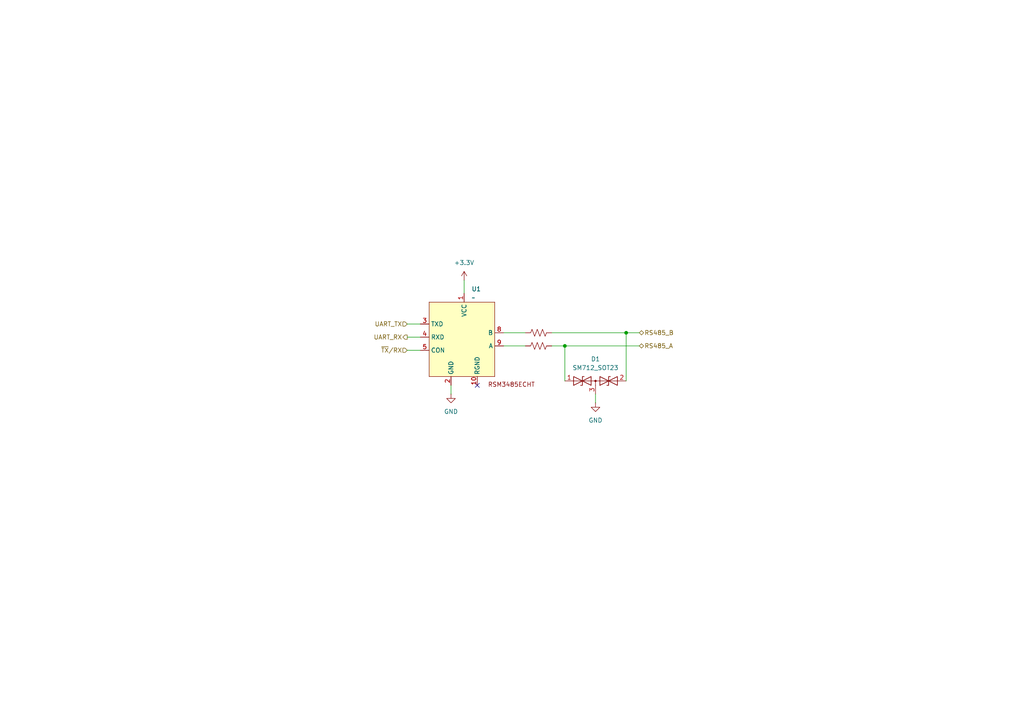
<source format=kicad_sch>
(kicad_sch
	(version 20250114)
	(generator "eeschema")
	(generator_version "9.0")
	(uuid "e1dbbd93-c769-46b4-b2b3-002d4b105997")
	(paper "A4")
	(lib_symbols
		(symbol "Device:R_US"
			(pin_numbers
				(hide yes)
			)
			(pin_names
				(offset 0)
			)
			(exclude_from_sim no)
			(in_bom yes)
			(on_board yes)
			(property "Reference" "R"
				(at 2.54 0 90)
				(effects
					(font
						(size 1.27 1.27)
					)
				)
			)
			(property "Value" "R_US"
				(at -2.54 0 90)
				(effects
					(font
						(size 1.27 1.27)
					)
				)
			)
			(property "Footprint" ""
				(at 1.016 -0.254 90)
				(effects
					(font
						(size 1.27 1.27)
					)
					(hide yes)
				)
			)
			(property "Datasheet" "~"
				(at 0 0 0)
				(effects
					(font
						(size 1.27 1.27)
					)
					(hide yes)
				)
			)
			(property "Description" "Resistor, US symbol"
				(at 0 0 0)
				(effects
					(font
						(size 1.27 1.27)
					)
					(hide yes)
				)
			)
			(property "ki_keywords" "R res resistor"
				(at 0 0 0)
				(effects
					(font
						(size 1.27 1.27)
					)
					(hide yes)
				)
			)
			(property "ki_fp_filters" "R_*"
				(at 0 0 0)
				(effects
					(font
						(size 1.27 1.27)
					)
					(hide yes)
				)
			)
			(symbol "R_US_0_1"
				(polyline
					(pts
						(xy 0 2.286) (xy 0 2.54)
					)
					(stroke
						(width 0)
						(type default)
					)
					(fill
						(type none)
					)
				)
				(polyline
					(pts
						(xy 0 2.286) (xy 1.016 1.905) (xy 0 1.524) (xy -1.016 1.143) (xy 0 0.762)
					)
					(stroke
						(width 0)
						(type default)
					)
					(fill
						(type none)
					)
				)
				(polyline
					(pts
						(xy 0 0.762) (xy 1.016 0.381) (xy 0 0) (xy -1.016 -0.381) (xy 0 -0.762)
					)
					(stroke
						(width 0)
						(type default)
					)
					(fill
						(type none)
					)
				)
				(polyline
					(pts
						(xy 0 -0.762) (xy 1.016 -1.143) (xy 0 -1.524) (xy -1.016 -1.905) (xy 0 -2.286)
					)
					(stroke
						(width 0)
						(type default)
					)
					(fill
						(type none)
					)
				)
				(polyline
					(pts
						(xy 0 -2.286) (xy 0 -2.54)
					)
					(stroke
						(width 0)
						(type default)
					)
					(fill
						(type none)
					)
				)
			)
			(symbol "R_US_1_1"
				(pin passive line
					(at 0 3.81 270)
					(length 1.27)
					(name "~"
						(effects
							(font
								(size 1.27 1.27)
							)
						)
					)
					(number "1"
						(effects
							(font
								(size 1.27 1.27)
							)
						)
					)
				)
				(pin passive line
					(at 0 -3.81 90)
					(length 1.27)
					(name "~"
						(effects
							(font
								(size 1.27 1.27)
							)
						)
					)
					(number "2"
						(effects
							(font
								(size 1.27 1.27)
							)
						)
					)
				)
			)
			(embedded_fonts no)
		)
		(symbol "Diode:SM712_SOT23"
			(pin_names
				(offset 1.016)
				(hide yes)
			)
			(exclude_from_sim no)
			(in_bom yes)
			(on_board yes)
			(property "Reference" "D"
				(at 0 4.445 0)
				(effects
					(font
						(size 1.27 1.27)
					)
				)
			)
			(property "Value" "SM712_SOT23"
				(at 0 2.54 0)
				(effects
					(font
						(size 1.27 1.27)
					)
				)
			)
			(property "Footprint" "Package_TO_SOT_SMD:SOT-23"
				(at 0 -8.89 0)
				(effects
					(font
						(size 1.27 1.27)
					)
					(hide yes)
				)
			)
			(property "Datasheet" "https://www.littelfuse.com/~/media/electronics/datasheets/tvs_diode_arrays/littelfuse_tvs_diode_array_sm712_datasheet.pdf.pdf"
				(at -3.81 0 0)
				(effects
					(font
						(size 1.27 1.27)
					)
					(hide yes)
				)
			)
			(property "Description" "7V/12V, 600W Asymmetrical TVS Diode Array, SOT-23"
				(at 0 0 0)
				(effects
					(font
						(size 1.27 1.27)
					)
					(hide yes)
				)
			)
			(property "ki_keywords" "transient voltage suppressor thyrector transil"
				(at 0 0 0)
				(effects
					(font
						(size 1.27 1.27)
					)
					(hide yes)
				)
			)
			(property "ki_fp_filters" "SOT?23*"
				(at 0 0 0)
				(effects
					(font
						(size 1.27 1.27)
					)
					(hide yes)
				)
			)
			(symbol "SM712_SOT23_0_0"
				(polyline
					(pts
						(xy 0 -1.27) (xy 0 0)
					)
					(stroke
						(width 0)
						(type default)
					)
					(fill
						(type none)
					)
				)
			)
			(symbol "SM712_SOT23_0_1"
				(polyline
					(pts
						(xy -6.35 0) (xy 6.35 0)
					)
					(stroke
						(width 0)
						(type default)
					)
					(fill
						(type none)
					)
				)
				(polyline
					(pts
						(xy -6.35 -1.27) (xy -1.27 1.27) (xy -1.27 -1.27) (xy -6.35 1.27) (xy -6.35 -1.27)
					)
					(stroke
						(width 0.2032)
						(type default)
					)
					(fill
						(type none)
					)
				)
				(polyline
					(pts
						(xy -3.302 1.27) (xy -3.81 1.27) (xy -3.81 -1.27) (xy -4.318 -1.27)
					)
					(stroke
						(width 0.2032)
						(type default)
					)
					(fill
						(type none)
					)
				)
				(circle
					(center 0 0)
					(radius 0.254)
					(stroke
						(width 0)
						(type default)
					)
					(fill
						(type outline)
					)
				)
				(polyline
					(pts
						(xy 1.27 -1.27) (xy 1.27 1.27) (xy 6.35 -1.27) (xy 6.35 1.27) (xy 1.27 -1.27)
					)
					(stroke
						(width 0.2032)
						(type default)
					)
					(fill
						(type none)
					)
				)
				(polyline
					(pts
						(xy 4.318 1.27) (xy 3.81 1.27) (xy 3.81 -1.27) (xy 3.302 -1.27)
					)
					(stroke
						(width 0.2032)
						(type default)
					)
					(fill
						(type none)
					)
				)
			)
			(symbol "SM712_SOT23_1_1"
				(pin passive line
					(at -8.89 0 0)
					(length 2.54)
					(name "A1"
						(effects
							(font
								(size 1.27 1.27)
							)
						)
					)
					(number "1"
						(effects
							(font
								(size 1.27 1.27)
							)
						)
					)
				)
				(pin input line
					(at 0 -3.81 90)
					(length 2.54)
					(name "common"
						(effects
							(font
								(size 1.27 1.27)
							)
						)
					)
					(number "3"
						(effects
							(font
								(size 1.27 1.27)
							)
						)
					)
				)
				(pin passive line
					(at 8.89 0 180)
					(length 2.54)
					(name "A2"
						(effects
							(font
								(size 1.27 1.27)
							)
						)
					)
					(number "2"
						(effects
							(font
								(size 1.27 1.27)
							)
						)
					)
				)
			)
			(embedded_fonts no)
		)
		(symbol "Riqi_Parts:YLPTEC_RSM3485ECHT"
			(exclude_from_sim no)
			(in_bom yes)
			(on_board yes)
			(property "Reference" "U"
				(at 1.778 1.016 0)
				(effects
					(font
						(size 1.27 1.27)
					)
				)
			)
			(property "Value" ""
				(at 0 0 0)
				(effects
					(font
						(size 1.27 1.27)
					)
				)
			)
			(property "Footprint" "Riqi_Parts:YLPTEC RSM3485ECHT"
				(at 0 0 0)
				(effects
					(font
						(size 1.27 1.27)
					)
					(hide yes)
				)
			)
			(property "Datasheet" "https://lcsc.com/datasheet/lcsc_datasheet_2411051508_YLPTEC-RSM3485ECHT_C2992406.pdf"
				(at 0 0 0)
				(effects
					(font
						(size 1.27 1.27)
					)
					(hide yes)
				)
			)
			(property "Description" "RS485 ISOLATED MODULE"
				(at 0 0 0)
				(effects
					(font
						(size 1.27 1.27)
					)
					(hide yes)
				)
			)
			(symbol "YLPTEC_RSM3485ECHT_1_1"
				(rectangle
					(start -15.24 -1.27)
					(end 3.81 -22.86)
					(stroke
						(width 0)
						(type solid)
					)
					(fill
						(type background)
					)
				)
				(text "RSM3485ECHT"
					(at 8.636 -25.146 0)
					(effects
						(font
							(size 1.27 1.27)
						)
					)
				)
				(pin bidirectional line
					(at -17.78 -7.62 0)
					(length 2.54)
					(name "TXD"
						(effects
							(font
								(size 1.27 1.27)
							)
						)
					)
					(number "3"
						(effects
							(font
								(size 1.27 1.27)
							)
						)
					)
				)
				(pin bidirectional line
					(at -17.78 -11.43 0)
					(length 2.54)
					(name "RXD"
						(effects
							(font
								(size 1.27 1.27)
							)
						)
					)
					(number "4"
						(effects
							(font
								(size 1.27 1.27)
							)
						)
					)
				)
				(pin bidirectional line
					(at -17.78 -15.24 0)
					(length 2.54)
					(name "CON"
						(effects
							(font
								(size 1.27 1.27)
							)
						)
					)
					(number "5"
						(effects
							(font
								(size 1.27 1.27)
							)
						)
					)
				)
				(pin power_in line
					(at -8.89 -25.4 90)
					(length 2.54)
					(name "GND"
						(effects
							(font
								(size 1.27 1.27)
							)
						)
					)
					(number "2"
						(effects
							(font
								(size 1.27 1.27)
							)
						)
					)
				)
				(pin power_in line
					(at -5.08 1.27 270)
					(length 2.54)
					(name "VCC"
						(effects
							(font
								(size 1.27 1.27)
							)
						)
					)
					(number "1"
						(effects
							(font
								(size 1.27 1.27)
							)
						)
					)
				)
				(pin power_in line
					(at -1.27 -25.4 90)
					(length 2.54)
					(name "RGND"
						(effects
							(font
								(size 1.27 1.27)
							)
						)
					)
					(number "10"
						(effects
							(font
								(size 1.27 1.27)
							)
						)
					)
				)
				(pin bidirectional line
					(at 6.35 -10.16 180)
					(length 2.54)
					(name "B"
						(effects
							(font
								(size 1.27 1.27)
							)
						)
					)
					(number "8"
						(effects
							(font
								(size 1.27 1.27)
							)
						)
					)
				)
				(pin bidirectional line
					(at 6.35 -13.97 180)
					(length 2.54)
					(name "A"
						(effects
							(font
								(size 1.27 1.27)
							)
						)
					)
					(number "9"
						(effects
							(font
								(size 1.27 1.27)
							)
						)
					)
				)
			)
			(embedded_fonts no)
		)
		(symbol "power:+3.3V"
			(power)
			(pin_numbers
				(hide yes)
			)
			(pin_names
				(offset 0)
				(hide yes)
			)
			(exclude_from_sim no)
			(in_bom yes)
			(on_board yes)
			(property "Reference" "#PWR"
				(at 0 -3.81 0)
				(effects
					(font
						(size 1.27 1.27)
					)
					(hide yes)
				)
			)
			(property "Value" "+3.3V"
				(at 0 3.556 0)
				(effects
					(font
						(size 1.27 1.27)
					)
				)
			)
			(property "Footprint" ""
				(at 0 0 0)
				(effects
					(font
						(size 1.27 1.27)
					)
					(hide yes)
				)
			)
			(property "Datasheet" ""
				(at 0 0 0)
				(effects
					(font
						(size 1.27 1.27)
					)
					(hide yes)
				)
			)
			(property "Description" "Power symbol creates a global label with name \"+3.3V\""
				(at 0 0 0)
				(effects
					(font
						(size 1.27 1.27)
					)
					(hide yes)
				)
			)
			(property "ki_keywords" "global power"
				(at 0 0 0)
				(effects
					(font
						(size 1.27 1.27)
					)
					(hide yes)
				)
			)
			(symbol "+3.3V_0_1"
				(polyline
					(pts
						(xy -0.762 1.27) (xy 0 2.54)
					)
					(stroke
						(width 0)
						(type default)
					)
					(fill
						(type none)
					)
				)
				(polyline
					(pts
						(xy 0 2.54) (xy 0.762 1.27)
					)
					(stroke
						(width 0)
						(type default)
					)
					(fill
						(type none)
					)
				)
				(polyline
					(pts
						(xy 0 0) (xy 0 2.54)
					)
					(stroke
						(width 0)
						(type default)
					)
					(fill
						(type none)
					)
				)
			)
			(symbol "+3.3V_1_1"
				(pin power_in line
					(at 0 0 90)
					(length 0)
					(name "~"
						(effects
							(font
								(size 1.27 1.27)
							)
						)
					)
					(number "1"
						(effects
							(font
								(size 1.27 1.27)
							)
						)
					)
				)
			)
			(embedded_fonts no)
		)
		(symbol "power:GND"
			(power)
			(pin_numbers
				(hide yes)
			)
			(pin_names
				(offset 0)
				(hide yes)
			)
			(exclude_from_sim no)
			(in_bom yes)
			(on_board yes)
			(property "Reference" "#PWR"
				(at 0 -6.35 0)
				(effects
					(font
						(size 1.27 1.27)
					)
					(hide yes)
				)
			)
			(property "Value" "GND"
				(at 0 -3.81 0)
				(effects
					(font
						(size 1.27 1.27)
					)
				)
			)
			(property "Footprint" ""
				(at 0 0 0)
				(effects
					(font
						(size 1.27 1.27)
					)
					(hide yes)
				)
			)
			(property "Datasheet" ""
				(at 0 0 0)
				(effects
					(font
						(size 1.27 1.27)
					)
					(hide yes)
				)
			)
			(property "Description" "Power symbol creates a global label with name \"GND\" , ground"
				(at 0 0 0)
				(effects
					(font
						(size 1.27 1.27)
					)
					(hide yes)
				)
			)
			(property "ki_keywords" "global power"
				(at 0 0 0)
				(effects
					(font
						(size 1.27 1.27)
					)
					(hide yes)
				)
			)
			(symbol "GND_0_1"
				(polyline
					(pts
						(xy 0 0) (xy 0 -1.27) (xy 1.27 -1.27) (xy 0 -2.54) (xy -1.27 -1.27) (xy 0 -1.27)
					)
					(stroke
						(width 0)
						(type default)
					)
					(fill
						(type none)
					)
				)
			)
			(symbol "GND_1_1"
				(pin power_in line
					(at 0 0 270)
					(length 0)
					(name "~"
						(effects
							(font
								(size 1.27 1.27)
							)
						)
					)
					(number "1"
						(effects
							(font
								(size 1.27 1.27)
							)
						)
					)
				)
			)
			(embedded_fonts no)
		)
	)
	(junction
		(at 163.83 100.33)
		(diameter 0)
		(color 0 0 0 0)
		(uuid "d6add3a9-e318-4af9-bd12-cf4fe9203586")
	)
	(junction
		(at 181.61 96.52)
		(diameter 0)
		(color 0 0 0 0)
		(uuid "faab7b27-bce1-4dab-8b7a-6b0a84f894ae")
	)
	(no_connect
		(at 138.43 111.76)
		(uuid "28aa6b6b-f2c6-45e3-96b6-eff154a48773")
	)
	(wire
		(pts
			(xy 163.83 100.33) (xy 185.42 100.33)
		)
		(stroke
			(width 0)
			(type default)
		)
		(uuid "08b3e721-f071-4d83-95b7-182e988da473")
	)
	(wire
		(pts
			(xy 172.72 114.3) (xy 172.72 116.84)
		)
		(stroke
			(width 0)
			(type default)
		)
		(uuid "400117b6-3dd9-4e06-b2dd-96cdd87c3e24")
	)
	(wire
		(pts
			(xy 146.05 96.52) (xy 152.4 96.52)
		)
		(stroke
			(width 0)
			(type default)
		)
		(uuid "5df4e931-1679-4d31-820c-f6071d823d03")
	)
	(wire
		(pts
			(xy 146.05 100.33) (xy 152.4 100.33)
		)
		(stroke
			(width 0)
			(type default)
		)
		(uuid "602def6e-58a4-41b2-a671-1e10375e0353")
	)
	(wire
		(pts
			(xy 118.11 93.98) (xy 121.92 93.98)
		)
		(stroke
			(width 0)
			(type default)
		)
		(uuid "692ab5d0-d457-435b-b3eb-b7b10f523694")
	)
	(wire
		(pts
			(xy 130.81 111.76) (xy 130.81 114.3)
		)
		(stroke
			(width 0)
			(type default)
		)
		(uuid "713ce449-b3f1-4b65-8f4b-8cb27e3c149b")
	)
	(wire
		(pts
			(xy 163.83 100.33) (xy 163.83 110.49)
		)
		(stroke
			(width 0)
			(type default)
		)
		(uuid "9603f11b-9b03-4348-8449-fea0312551e3")
	)
	(wire
		(pts
			(xy 118.11 97.79) (xy 121.92 97.79)
		)
		(stroke
			(width 0)
			(type default)
		)
		(uuid "ae1d0fd0-8e17-4569-aa9e-3a39a983fd8f")
	)
	(wire
		(pts
			(xy 160.02 96.52) (xy 181.61 96.52)
		)
		(stroke
			(width 0)
			(type default)
		)
		(uuid "bc7c4d20-b641-497e-8629-cd3018255298")
	)
	(wire
		(pts
			(xy 118.11 101.6) (xy 121.92 101.6)
		)
		(stroke
			(width 0)
			(type default)
		)
		(uuid "d3093e91-c577-4357-9c5e-d241196cb855")
	)
	(wire
		(pts
			(xy 160.02 100.33) (xy 163.83 100.33)
		)
		(stroke
			(width 0)
			(type default)
		)
		(uuid "d5d70c06-4446-48bb-a47c-4ec54cea2f89")
	)
	(wire
		(pts
			(xy 181.61 96.52) (xy 181.61 110.49)
		)
		(stroke
			(width 0)
			(type default)
		)
		(uuid "d5ede371-d010-4b22-98fa-d7363a3b11d1")
	)
	(wire
		(pts
			(xy 134.62 81.28) (xy 134.62 85.09)
		)
		(stroke
			(width 0)
			(type default)
		)
		(uuid "def1a31c-a29c-48c4-9fd9-91e0f81b3af2")
	)
	(wire
		(pts
			(xy 181.61 96.52) (xy 185.42 96.52)
		)
		(stroke
			(width 0)
			(type default)
		)
		(uuid "f3c6b559-f8d6-4367-8668-3c15b7e0fb0d")
	)
	(hierarchical_label "UART_RX"
		(shape output)
		(at 118.11 97.79 180)
		(effects
			(font
				(size 1.27 1.27)
			)
			(justify right)
		)
		(uuid "1cec9eb2-dfe9-4b3a-aa81-adfb89cd5cfe")
	)
	(hierarchical_label "~{TX}{slash}RX"
		(shape input)
		(at 118.11 101.6 180)
		(effects
			(font
				(size 1.27 1.27)
			)
			(justify right)
		)
		(uuid "81abb45f-6d61-41d2-8d14-dfc4ed70c569")
	)
	(hierarchical_label "RS485_B"
		(shape bidirectional)
		(at 185.42 96.52 0)
		(effects
			(font
				(size 1.27 1.27)
			)
			(justify left)
		)
		(uuid "c73d1dcd-397e-4a41-b4b8-fa4c316e94e5")
	)
	(hierarchical_label "RS485_A"
		(shape bidirectional)
		(at 185.42 100.33 0)
		(effects
			(font
				(size 1.27 1.27)
			)
			(justify left)
		)
		(uuid "df09a963-db7d-4616-8cb7-154e1519248e")
	)
	(hierarchical_label "UART_TX"
		(shape input)
		(at 118.11 93.98 180)
		(effects
			(font
				(size 1.27 1.27)
			)
			(justify right)
		)
		(uuid "faae5286-a611-4ee7-a4d9-f0a9a32d4626")
	)
	(symbol
		(lib_id "power:GND")
		(at 130.81 114.3 0)
		(unit 1)
		(exclude_from_sim no)
		(in_bom yes)
		(on_board yes)
		(dnp no)
		(fields_autoplaced yes)
		(uuid "0375b851-b1ff-42cc-892f-e9a474cb14b1")
		(property "Reference" "#PWR07"
			(at 130.81 120.65 0)
			(effects
				(font
					(size 1.27 1.27)
				)
				(hide yes)
			)
		)
		(property "Value" "GND"
			(at 130.81 119.38 0)
			(effects
				(font
					(size 1.27 1.27)
				)
			)
		)
		(property "Footprint" ""
			(at 130.81 114.3 0)
			(effects
				(font
					(size 1.27 1.27)
				)
				(hide yes)
			)
		)
		(property "Datasheet" ""
			(at 130.81 114.3 0)
			(effects
				(font
					(size 1.27 1.27)
				)
				(hide yes)
			)
		)
		(property "Description" "Power symbol creates a global label with name \"GND\" , ground"
			(at 130.81 114.3 0)
			(effects
				(font
					(size 1.27 1.27)
				)
				(hide yes)
			)
		)
		(pin "1"
			(uuid "434065af-173d-4b00-afbe-67fe1a2927cd")
		)
		(instances
			(project "NIVARA"
				(path "/e09284a3-0da6-4b1c-80d3-a52d405369d9/b46cdcb1-15cb-4562-89d5-6c513685d0bc/4b0f257e-856b-4aa8-a3a9-5fbefe127af2"
					(reference "#PWR07")
					(unit 1)
				)
			)
		)
	)
	(symbol
		(lib_id "Riqi_Parts:YLPTEC_RSM3485ECHT")
		(at 139.7 86.36 0)
		(unit 1)
		(exclude_from_sim no)
		(in_bom yes)
		(on_board yes)
		(dnp no)
		(fields_autoplaced yes)
		(uuid "0b6916b1-d001-4d1f-b0e7-4ef2889cac37")
		(property "Reference" "U1"
			(at 136.7633 83.82 0)
			(effects
				(font
					(size 1.27 1.27)
				)
				(justify left)
			)
		)
		(property "Value" "~"
			(at 136.7633 86.36 0)
			(effects
				(font
					(size 1.27 1.27)
				)
				(justify left)
			)
		)
		(property "Footprint" "Riqi_Parts:YLPTEC RSM3485ECHT"
			(at 139.7 86.36 0)
			(effects
				(font
					(size 1.27 1.27)
				)
				(hide yes)
			)
		)
		(property "Datasheet" "https://lcsc.com/datasheet/lcsc_datasheet_2411051508_YLPTEC-RSM3485ECHT_C2992406.pdf"
			(at 139.7 86.36 0)
			(effects
				(font
					(size 1.27 1.27)
				)
				(hide yes)
			)
		)
		(property "Description" "RS485 ISOLATED MODULE"
			(at 139.7 86.36 0)
			(effects
				(font
					(size 1.27 1.27)
				)
				(hide yes)
			)
		)
		(pin "9"
			(uuid "b6f2c3f4-d41d-4d97-9591-f1b950cdbf75")
		)
		(pin "5"
			(uuid "461abd25-5a34-400a-b9f2-17492b11757d")
		)
		(pin "10"
			(uuid "f351cb6f-ebb6-4576-8e62-d7c8eaee149d")
		)
		(pin "8"
			(uuid "0effd02a-b0a2-4390-9439-582fa01661ae")
		)
		(pin "4"
			(uuid "1247548f-1916-4145-b634-5e94bbe88e2a")
		)
		(pin "1"
			(uuid "ec840838-b58f-481e-80b1-45827976244a")
		)
		(pin "2"
			(uuid "172d0647-4dc0-47cf-9829-a6911e24fb9f")
		)
		(pin "3"
			(uuid "6853de27-c6ae-4a96-b6b2-395f79bd6375")
		)
		(instances
			(project "NIVARA"
				(path "/e09284a3-0da6-4b1c-80d3-a52d405369d9/b46cdcb1-15cb-4562-89d5-6c513685d0bc/4b0f257e-856b-4aa8-a3a9-5fbefe127af2"
					(reference "U1")
					(unit 1)
				)
			)
		)
	)
	(symbol
		(lib_id "Device:R_US")
		(at 156.21 100.33 90)
		(unit 1)
		(exclude_from_sim no)
		(in_bom yes)
		(on_board yes)
		(dnp no)
		(fields_autoplaced yes)
		(uuid "0ed83388-9f91-4c99-bea2-7ac6328e2326")
		(property "Reference" "R22"
			(at 156.21 94.5021 90)
			(effects
				(font
					(size 1.27 1.27)
				)
				(hide yes)
			)
		)
		(property "Value" "R_US"
			(at 156.21 97.0421 90)
			(effects
				(font
					(size 1.27 1.27)
				)
				(hide yes)
			)
		)
		(property "Footprint" "Resistor_SMD:R_0603_1608Metric"
			(at 156.464 99.314 90)
			(effects
				(font
					(size 1.27 1.27)
				)
				(hide yes)
			)
		)
		(property "Datasheet" "~"
			(at 156.21 100.33 0)
			(effects
				(font
					(size 1.27 1.27)
				)
				(hide yes)
			)
		)
		(property "Description" "Resistor, US symbol"
			(at 156.21 100.33 0)
			(effects
				(font
					(size 1.27 1.27)
				)
				(hide yes)
			)
		)
		(pin "1"
			(uuid "c1fd2beb-3392-4187-b748-775cd85ea4c5")
		)
		(pin "2"
			(uuid "73f93e44-e74b-4d4f-9386-9dc674f62e8d")
		)
		(instances
			(project "NIVARA"
				(path "/e09284a3-0da6-4b1c-80d3-a52d405369d9/b46cdcb1-15cb-4562-89d5-6c513685d0bc/4b0f257e-856b-4aa8-a3a9-5fbefe127af2"
					(reference "R22")
					(unit 1)
				)
			)
		)
	)
	(symbol
		(lib_id "Diode:SM712_SOT23")
		(at 172.72 110.49 0)
		(unit 1)
		(exclude_from_sim no)
		(in_bom yes)
		(on_board yes)
		(dnp no)
		(fields_autoplaced yes)
		(uuid "6fde49b7-df7d-4abc-b65a-ed035397880f")
		(property "Reference" "D1"
			(at 172.72 104.14 0)
			(effects
				(font
					(size 1.27 1.27)
				)
			)
		)
		(property "Value" "SM712_SOT23"
			(at 172.72 106.68 0)
			(effects
				(font
					(size 1.27 1.27)
				)
			)
		)
		(property "Footprint" "Package_TO_SOT_SMD:SOT-23"
			(at 172.72 119.38 0)
			(effects
				(font
					(size 1.27 1.27)
				)
				(hide yes)
			)
		)
		(property "Datasheet" "https://www.littelfuse.com/~/media/electronics/datasheets/tvs_diode_arrays/littelfuse_tvs_diode_array_sm712_datasheet.pdf.pdf"
			(at 168.91 110.49 0)
			(effects
				(font
					(size 1.27 1.27)
				)
				(hide yes)
			)
		)
		(property "Description" "7V/12V, 600W Asymmetrical TVS Diode Array, SOT-23"
			(at 172.72 110.49 0)
			(effects
				(font
					(size 1.27 1.27)
				)
				(hide yes)
			)
		)
		(pin "2"
			(uuid "05217b97-b996-4262-b113-a5f5eea2ccdc")
		)
		(pin "1"
			(uuid "dc3eabef-7bcc-4813-9c7d-9cb34962dc2f")
		)
		(pin "3"
			(uuid "9c407100-a769-4486-ad76-6a49e2e75586")
		)
		(instances
			(project "NIVARA"
				(path "/e09284a3-0da6-4b1c-80d3-a52d405369d9/b46cdcb1-15cb-4562-89d5-6c513685d0bc/4b0f257e-856b-4aa8-a3a9-5fbefe127af2"
					(reference "D1")
					(unit 1)
				)
			)
		)
	)
	(symbol
		(lib_id "Device:R_US")
		(at 156.21 96.52 90)
		(unit 1)
		(exclude_from_sim no)
		(in_bom yes)
		(on_board yes)
		(dnp no)
		(fields_autoplaced yes)
		(uuid "7e342f3f-350e-46aa-bfc9-a854f22eca20")
		(property "Reference" "R6"
			(at 156.21 90.6921 90)
			(effects
				(font
					(size 1.27 1.27)
				)
				(hide yes)
			)
		)
		(property "Value" "R_US"
			(at 156.21 93.2321 90)
			(effects
				(font
					(size 1.27 1.27)
				)
				(hide yes)
			)
		)
		(property "Footprint" "Resistor_SMD:R_0603_1608Metric"
			(at 156.464 95.504 90)
			(effects
				(font
					(size 1.27 1.27)
				)
				(hide yes)
			)
		)
		(property "Datasheet" "~"
			(at 156.21 96.52 0)
			(effects
				(font
					(size 1.27 1.27)
				)
				(hide yes)
			)
		)
		(property "Description" "Resistor, US symbol"
			(at 156.21 96.52 0)
			(effects
				(font
					(size 1.27 1.27)
				)
				(hide yes)
			)
		)
		(pin "1"
			(uuid "00499ab0-1da1-400a-a636-a94e4a2d5c7b")
		)
		(pin "2"
			(uuid "269bb839-c334-4b64-bfaa-c1f388444652")
		)
		(instances
			(project "NIVARA"
				(path "/e09284a3-0da6-4b1c-80d3-a52d405369d9/b46cdcb1-15cb-4562-89d5-6c513685d0bc/4b0f257e-856b-4aa8-a3a9-5fbefe127af2"
					(reference "R6")
					(unit 1)
				)
			)
		)
	)
	(symbol
		(lib_id "power:+3.3V")
		(at 134.62 81.28 0)
		(unit 1)
		(exclude_from_sim no)
		(in_bom yes)
		(on_board yes)
		(dnp no)
		(fields_autoplaced yes)
		(uuid "bdc33729-c98f-481b-a33f-0eb96d072ec8")
		(property "Reference" "#PWR08"
			(at 134.62 85.09 0)
			(effects
				(font
					(size 1.27 1.27)
				)
				(hide yes)
			)
		)
		(property "Value" "+3.3V"
			(at 134.62 76.2 0)
			(effects
				(font
					(size 1.27 1.27)
				)
			)
		)
		(property "Footprint" ""
			(at 134.62 81.28 0)
			(effects
				(font
					(size 1.27 1.27)
				)
				(hide yes)
			)
		)
		(property "Datasheet" ""
			(at 134.62 81.28 0)
			(effects
				(font
					(size 1.27 1.27)
				)
				(hide yes)
			)
		)
		(property "Description" "Power symbol creates a global label with name \"+3.3V\""
			(at 134.62 81.28 0)
			(effects
				(font
					(size 1.27 1.27)
				)
				(hide yes)
			)
		)
		(pin "1"
			(uuid "bccb0630-3bdf-4c07-bb9e-742fdc3a68d5")
		)
		(instances
			(project "NIVARA"
				(path "/e09284a3-0da6-4b1c-80d3-a52d405369d9/b46cdcb1-15cb-4562-89d5-6c513685d0bc/4b0f257e-856b-4aa8-a3a9-5fbefe127af2"
					(reference "#PWR08")
					(unit 1)
				)
			)
		)
	)
	(symbol
		(lib_id "power:GND")
		(at 172.72 116.84 0)
		(unit 1)
		(exclude_from_sim no)
		(in_bom yes)
		(on_board yes)
		(dnp no)
		(fields_autoplaced yes)
		(uuid "fb5ae3c2-634d-4b95-8f6d-d83379a5db3f")
		(property "Reference" "#PWR09"
			(at 172.72 123.19 0)
			(effects
				(font
					(size 1.27 1.27)
				)
				(hide yes)
			)
		)
		(property "Value" "GND"
			(at 172.72 121.92 0)
			(effects
				(font
					(size 1.27 1.27)
				)
			)
		)
		(property "Footprint" ""
			(at 172.72 116.84 0)
			(effects
				(font
					(size 1.27 1.27)
				)
				(hide yes)
			)
		)
		(property "Datasheet" ""
			(at 172.72 116.84 0)
			(effects
				(font
					(size 1.27 1.27)
				)
				(hide yes)
			)
		)
		(property "Description" "Power symbol creates a global label with name \"GND\" , ground"
			(at 172.72 116.84 0)
			(effects
				(font
					(size 1.27 1.27)
				)
				(hide yes)
			)
		)
		(pin "1"
			(uuid "c06deeab-1f9e-44fa-9515-70cea071e256")
		)
		(instances
			(project "NIVARA"
				(path "/e09284a3-0da6-4b1c-80d3-a52d405369d9/b46cdcb1-15cb-4562-89d5-6c513685d0bc/4b0f257e-856b-4aa8-a3a9-5fbefe127af2"
					(reference "#PWR09")
					(unit 1)
				)
			)
		)
	)
)

</source>
